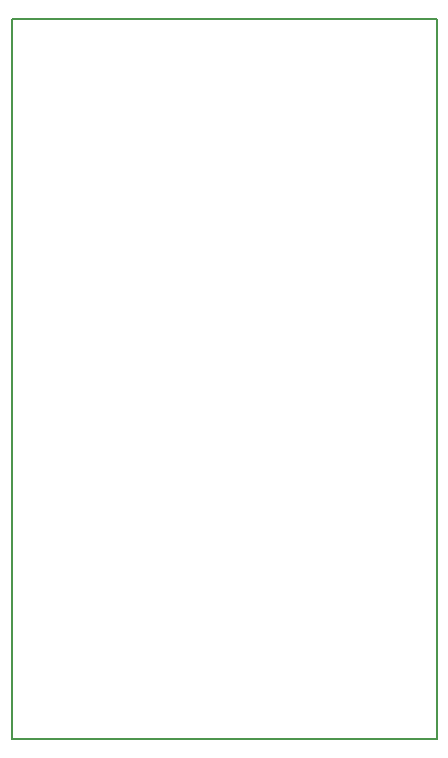
<source format=gbr>
G04 #@! TF.FileFunction,Profile,NP*
%FSLAX46Y46*%
G04 Gerber Fmt 4.6, Leading zero omitted, Abs format (unit mm)*
G04 Created by KiCad (PCBNEW 4.0.1-stable) date 2016/03/22 11:00:02*
%MOMM*%
G01*
G04 APERTURE LIST*
%ADD10C,0.100000*%
%ADD11C,0.150000*%
G04 APERTURE END LIST*
D10*
D11*
X120000000Y-47000000D02*
X120000000Y-108000000D01*
X156000000Y-47000000D02*
X120000000Y-47000000D01*
X156000000Y-108000000D02*
X156000000Y-47000000D01*
X156000000Y-108000000D02*
X120000000Y-108000000D01*
M02*

</source>
